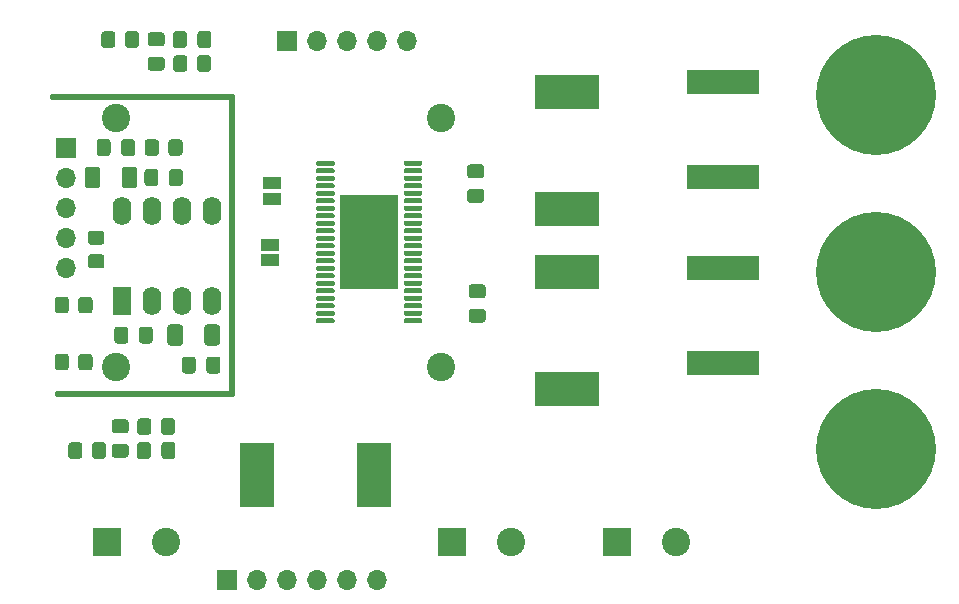
<source format=gbr>
%TF.GenerationSoftware,KiCad,Pcbnew,(5.1.9)-1*%
%TF.CreationDate,2021-11-30T23:52:58-06:00*%
%TF.ProjectId,Discrete_Channel,44697363-7265-4746-955f-4368616e6e65,rev?*%
%TF.SameCoordinates,Original*%
%TF.FileFunction,Soldermask,Top*%
%TF.FilePolarity,Negative*%
%FSLAX46Y46*%
G04 Gerber Fmt 4.6, Leading zero omitted, Abs format (unit mm)*
G04 Created by KiCad (PCBNEW (5.1.9)-1) date 2021-11-30 23:52:58*
%MOMM*%
%LPD*%
G01*
G04 APERTURE LIST*
%ADD10C,2.400000*%
%ADD11R,5.000000X8.000000*%
%ADD12R,2.400000X2.400000*%
%ADD13R,6.100000X2.000000*%
%ADD14R,1.700000X1.700000*%
%ADD15O,1.700000X1.700000*%
%ADD16R,2.900000X5.400000*%
%ADD17R,5.400000X2.900000*%
%ADD18R,1.600000X2.400000*%
%ADD19O,1.600000X2.400000*%
%ADD20C,10.160000*%
%ADD21R,1.500000X1.000000*%
%ADD22C,0.254000*%
%ADD23C,0.100000*%
G04 APERTURE END LIST*
D10*
%TO.C,C21*%
X119439000Y-71628000D03*
X146939000Y-71628000D03*
%TD*%
%TO.C,C20*%
X146939000Y-92710000D03*
X119439000Y-92710000D03*
%TD*%
%TO.C,U1*%
G36*
G01*
X136343000Y-75601500D02*
X136343000Y-75401500D01*
G75*
G02*
X136443000Y-75301500I100000J0D01*
G01*
X137818000Y-75301500D01*
G75*
G02*
X137918000Y-75401500I0J-100000D01*
G01*
X137918000Y-75601500D01*
G75*
G02*
X137818000Y-75701500I-100000J0D01*
G01*
X136443000Y-75701500D01*
G75*
G02*
X136343000Y-75601500I0J100000D01*
G01*
G37*
G36*
G01*
X136343000Y-76236500D02*
X136343000Y-76036500D01*
G75*
G02*
X136443000Y-75936500I100000J0D01*
G01*
X137818000Y-75936500D01*
G75*
G02*
X137918000Y-76036500I0J-100000D01*
G01*
X137918000Y-76236500D01*
G75*
G02*
X137818000Y-76336500I-100000J0D01*
G01*
X136443000Y-76336500D01*
G75*
G02*
X136343000Y-76236500I0J100000D01*
G01*
G37*
G36*
G01*
X136343000Y-76871500D02*
X136343000Y-76671500D01*
G75*
G02*
X136443000Y-76571500I100000J0D01*
G01*
X137818000Y-76571500D01*
G75*
G02*
X137918000Y-76671500I0J-100000D01*
G01*
X137918000Y-76871500D01*
G75*
G02*
X137818000Y-76971500I-100000J0D01*
G01*
X136443000Y-76971500D01*
G75*
G02*
X136343000Y-76871500I0J100000D01*
G01*
G37*
G36*
G01*
X136343000Y-77506500D02*
X136343000Y-77306500D01*
G75*
G02*
X136443000Y-77206500I100000J0D01*
G01*
X137818000Y-77206500D01*
G75*
G02*
X137918000Y-77306500I0J-100000D01*
G01*
X137918000Y-77506500D01*
G75*
G02*
X137818000Y-77606500I-100000J0D01*
G01*
X136443000Y-77606500D01*
G75*
G02*
X136343000Y-77506500I0J100000D01*
G01*
G37*
G36*
G01*
X136343000Y-78141500D02*
X136343000Y-77941500D01*
G75*
G02*
X136443000Y-77841500I100000J0D01*
G01*
X137818000Y-77841500D01*
G75*
G02*
X137918000Y-77941500I0J-100000D01*
G01*
X137918000Y-78141500D01*
G75*
G02*
X137818000Y-78241500I-100000J0D01*
G01*
X136443000Y-78241500D01*
G75*
G02*
X136343000Y-78141500I0J100000D01*
G01*
G37*
G36*
G01*
X136343000Y-78776500D02*
X136343000Y-78576500D01*
G75*
G02*
X136443000Y-78476500I100000J0D01*
G01*
X137818000Y-78476500D01*
G75*
G02*
X137918000Y-78576500I0J-100000D01*
G01*
X137918000Y-78776500D01*
G75*
G02*
X137818000Y-78876500I-100000J0D01*
G01*
X136443000Y-78876500D01*
G75*
G02*
X136343000Y-78776500I0J100000D01*
G01*
G37*
G36*
G01*
X136343000Y-79411500D02*
X136343000Y-79211500D01*
G75*
G02*
X136443000Y-79111500I100000J0D01*
G01*
X137818000Y-79111500D01*
G75*
G02*
X137918000Y-79211500I0J-100000D01*
G01*
X137918000Y-79411500D01*
G75*
G02*
X137818000Y-79511500I-100000J0D01*
G01*
X136443000Y-79511500D01*
G75*
G02*
X136343000Y-79411500I0J100000D01*
G01*
G37*
G36*
G01*
X136343000Y-80046500D02*
X136343000Y-79846500D01*
G75*
G02*
X136443000Y-79746500I100000J0D01*
G01*
X137818000Y-79746500D01*
G75*
G02*
X137918000Y-79846500I0J-100000D01*
G01*
X137918000Y-80046500D01*
G75*
G02*
X137818000Y-80146500I-100000J0D01*
G01*
X136443000Y-80146500D01*
G75*
G02*
X136343000Y-80046500I0J100000D01*
G01*
G37*
G36*
G01*
X136343000Y-80681500D02*
X136343000Y-80481500D01*
G75*
G02*
X136443000Y-80381500I100000J0D01*
G01*
X137818000Y-80381500D01*
G75*
G02*
X137918000Y-80481500I0J-100000D01*
G01*
X137918000Y-80681500D01*
G75*
G02*
X137818000Y-80781500I-100000J0D01*
G01*
X136443000Y-80781500D01*
G75*
G02*
X136343000Y-80681500I0J100000D01*
G01*
G37*
G36*
G01*
X136343000Y-81316500D02*
X136343000Y-81116500D01*
G75*
G02*
X136443000Y-81016500I100000J0D01*
G01*
X137818000Y-81016500D01*
G75*
G02*
X137918000Y-81116500I0J-100000D01*
G01*
X137918000Y-81316500D01*
G75*
G02*
X137818000Y-81416500I-100000J0D01*
G01*
X136443000Y-81416500D01*
G75*
G02*
X136343000Y-81316500I0J100000D01*
G01*
G37*
G36*
G01*
X136343000Y-81951500D02*
X136343000Y-81751500D01*
G75*
G02*
X136443000Y-81651500I100000J0D01*
G01*
X137818000Y-81651500D01*
G75*
G02*
X137918000Y-81751500I0J-100000D01*
G01*
X137918000Y-81951500D01*
G75*
G02*
X137818000Y-82051500I-100000J0D01*
G01*
X136443000Y-82051500D01*
G75*
G02*
X136343000Y-81951500I0J100000D01*
G01*
G37*
G36*
G01*
X136343000Y-82586500D02*
X136343000Y-82386500D01*
G75*
G02*
X136443000Y-82286500I100000J0D01*
G01*
X137818000Y-82286500D01*
G75*
G02*
X137918000Y-82386500I0J-100000D01*
G01*
X137918000Y-82586500D01*
G75*
G02*
X137818000Y-82686500I-100000J0D01*
G01*
X136443000Y-82686500D01*
G75*
G02*
X136343000Y-82586500I0J100000D01*
G01*
G37*
G36*
G01*
X136343000Y-83221500D02*
X136343000Y-83021500D01*
G75*
G02*
X136443000Y-82921500I100000J0D01*
G01*
X137818000Y-82921500D01*
G75*
G02*
X137918000Y-83021500I0J-100000D01*
G01*
X137918000Y-83221500D01*
G75*
G02*
X137818000Y-83321500I-100000J0D01*
G01*
X136443000Y-83321500D01*
G75*
G02*
X136343000Y-83221500I0J100000D01*
G01*
G37*
G36*
G01*
X136343000Y-83856500D02*
X136343000Y-83656500D01*
G75*
G02*
X136443000Y-83556500I100000J0D01*
G01*
X137818000Y-83556500D01*
G75*
G02*
X137918000Y-83656500I0J-100000D01*
G01*
X137918000Y-83856500D01*
G75*
G02*
X137818000Y-83956500I-100000J0D01*
G01*
X136443000Y-83956500D01*
G75*
G02*
X136343000Y-83856500I0J100000D01*
G01*
G37*
G36*
G01*
X136343000Y-84491500D02*
X136343000Y-84291500D01*
G75*
G02*
X136443000Y-84191500I100000J0D01*
G01*
X137818000Y-84191500D01*
G75*
G02*
X137918000Y-84291500I0J-100000D01*
G01*
X137918000Y-84491500D01*
G75*
G02*
X137818000Y-84591500I-100000J0D01*
G01*
X136443000Y-84591500D01*
G75*
G02*
X136343000Y-84491500I0J100000D01*
G01*
G37*
G36*
G01*
X136343000Y-85126500D02*
X136343000Y-84926500D01*
G75*
G02*
X136443000Y-84826500I100000J0D01*
G01*
X137818000Y-84826500D01*
G75*
G02*
X137918000Y-84926500I0J-100000D01*
G01*
X137918000Y-85126500D01*
G75*
G02*
X137818000Y-85226500I-100000J0D01*
G01*
X136443000Y-85226500D01*
G75*
G02*
X136343000Y-85126500I0J100000D01*
G01*
G37*
G36*
G01*
X136343000Y-85761500D02*
X136343000Y-85561500D01*
G75*
G02*
X136443000Y-85461500I100000J0D01*
G01*
X137818000Y-85461500D01*
G75*
G02*
X137918000Y-85561500I0J-100000D01*
G01*
X137918000Y-85761500D01*
G75*
G02*
X137818000Y-85861500I-100000J0D01*
G01*
X136443000Y-85861500D01*
G75*
G02*
X136343000Y-85761500I0J100000D01*
G01*
G37*
G36*
G01*
X136343000Y-86396500D02*
X136343000Y-86196500D01*
G75*
G02*
X136443000Y-86096500I100000J0D01*
G01*
X137818000Y-86096500D01*
G75*
G02*
X137918000Y-86196500I0J-100000D01*
G01*
X137918000Y-86396500D01*
G75*
G02*
X137818000Y-86496500I-100000J0D01*
G01*
X136443000Y-86496500D01*
G75*
G02*
X136343000Y-86396500I0J100000D01*
G01*
G37*
G36*
G01*
X136343000Y-87031500D02*
X136343000Y-86831500D01*
G75*
G02*
X136443000Y-86731500I100000J0D01*
G01*
X137818000Y-86731500D01*
G75*
G02*
X137918000Y-86831500I0J-100000D01*
G01*
X137918000Y-87031500D01*
G75*
G02*
X137818000Y-87131500I-100000J0D01*
G01*
X136443000Y-87131500D01*
G75*
G02*
X136343000Y-87031500I0J100000D01*
G01*
G37*
G36*
G01*
X136343000Y-87666500D02*
X136343000Y-87466500D01*
G75*
G02*
X136443000Y-87366500I100000J0D01*
G01*
X137818000Y-87366500D01*
G75*
G02*
X137918000Y-87466500I0J-100000D01*
G01*
X137918000Y-87666500D01*
G75*
G02*
X137818000Y-87766500I-100000J0D01*
G01*
X136443000Y-87766500D01*
G75*
G02*
X136343000Y-87666500I0J100000D01*
G01*
G37*
G36*
G01*
X136343000Y-88301500D02*
X136343000Y-88101500D01*
G75*
G02*
X136443000Y-88001500I100000J0D01*
G01*
X137818000Y-88001500D01*
G75*
G02*
X137918000Y-88101500I0J-100000D01*
G01*
X137918000Y-88301500D01*
G75*
G02*
X137818000Y-88401500I-100000J0D01*
G01*
X136443000Y-88401500D01*
G75*
G02*
X136343000Y-88301500I0J100000D01*
G01*
G37*
G36*
G01*
X136343000Y-88936500D02*
X136343000Y-88736500D01*
G75*
G02*
X136443000Y-88636500I100000J0D01*
G01*
X137818000Y-88636500D01*
G75*
G02*
X137918000Y-88736500I0J-100000D01*
G01*
X137918000Y-88936500D01*
G75*
G02*
X137818000Y-89036500I-100000J0D01*
G01*
X136443000Y-89036500D01*
G75*
G02*
X136343000Y-88936500I0J100000D01*
G01*
G37*
G36*
G01*
X143768000Y-88936500D02*
X143768000Y-88736500D01*
G75*
G02*
X143868000Y-88636500I100000J0D01*
G01*
X145243000Y-88636500D01*
G75*
G02*
X145343000Y-88736500I0J-100000D01*
G01*
X145343000Y-88936500D01*
G75*
G02*
X145243000Y-89036500I-100000J0D01*
G01*
X143868000Y-89036500D01*
G75*
G02*
X143768000Y-88936500I0J100000D01*
G01*
G37*
G36*
G01*
X143768000Y-88301500D02*
X143768000Y-88101500D01*
G75*
G02*
X143868000Y-88001500I100000J0D01*
G01*
X145243000Y-88001500D01*
G75*
G02*
X145343000Y-88101500I0J-100000D01*
G01*
X145343000Y-88301500D01*
G75*
G02*
X145243000Y-88401500I-100000J0D01*
G01*
X143868000Y-88401500D01*
G75*
G02*
X143768000Y-88301500I0J100000D01*
G01*
G37*
G36*
G01*
X143768000Y-87666500D02*
X143768000Y-87466500D01*
G75*
G02*
X143868000Y-87366500I100000J0D01*
G01*
X145243000Y-87366500D01*
G75*
G02*
X145343000Y-87466500I0J-100000D01*
G01*
X145343000Y-87666500D01*
G75*
G02*
X145243000Y-87766500I-100000J0D01*
G01*
X143868000Y-87766500D01*
G75*
G02*
X143768000Y-87666500I0J100000D01*
G01*
G37*
G36*
G01*
X143768000Y-87031500D02*
X143768000Y-86831500D01*
G75*
G02*
X143868000Y-86731500I100000J0D01*
G01*
X145243000Y-86731500D01*
G75*
G02*
X145343000Y-86831500I0J-100000D01*
G01*
X145343000Y-87031500D01*
G75*
G02*
X145243000Y-87131500I-100000J0D01*
G01*
X143868000Y-87131500D01*
G75*
G02*
X143768000Y-87031500I0J100000D01*
G01*
G37*
G36*
G01*
X143768000Y-86396500D02*
X143768000Y-86196500D01*
G75*
G02*
X143868000Y-86096500I100000J0D01*
G01*
X145243000Y-86096500D01*
G75*
G02*
X145343000Y-86196500I0J-100000D01*
G01*
X145343000Y-86396500D01*
G75*
G02*
X145243000Y-86496500I-100000J0D01*
G01*
X143868000Y-86496500D01*
G75*
G02*
X143768000Y-86396500I0J100000D01*
G01*
G37*
G36*
G01*
X143768000Y-85761500D02*
X143768000Y-85561500D01*
G75*
G02*
X143868000Y-85461500I100000J0D01*
G01*
X145243000Y-85461500D01*
G75*
G02*
X145343000Y-85561500I0J-100000D01*
G01*
X145343000Y-85761500D01*
G75*
G02*
X145243000Y-85861500I-100000J0D01*
G01*
X143868000Y-85861500D01*
G75*
G02*
X143768000Y-85761500I0J100000D01*
G01*
G37*
G36*
G01*
X143768000Y-85126500D02*
X143768000Y-84926500D01*
G75*
G02*
X143868000Y-84826500I100000J0D01*
G01*
X145243000Y-84826500D01*
G75*
G02*
X145343000Y-84926500I0J-100000D01*
G01*
X145343000Y-85126500D01*
G75*
G02*
X145243000Y-85226500I-100000J0D01*
G01*
X143868000Y-85226500D01*
G75*
G02*
X143768000Y-85126500I0J100000D01*
G01*
G37*
G36*
G01*
X143768000Y-84491500D02*
X143768000Y-84291500D01*
G75*
G02*
X143868000Y-84191500I100000J0D01*
G01*
X145243000Y-84191500D01*
G75*
G02*
X145343000Y-84291500I0J-100000D01*
G01*
X145343000Y-84491500D01*
G75*
G02*
X145243000Y-84591500I-100000J0D01*
G01*
X143868000Y-84591500D01*
G75*
G02*
X143768000Y-84491500I0J100000D01*
G01*
G37*
G36*
G01*
X143768000Y-83856500D02*
X143768000Y-83656500D01*
G75*
G02*
X143868000Y-83556500I100000J0D01*
G01*
X145243000Y-83556500D01*
G75*
G02*
X145343000Y-83656500I0J-100000D01*
G01*
X145343000Y-83856500D01*
G75*
G02*
X145243000Y-83956500I-100000J0D01*
G01*
X143868000Y-83956500D01*
G75*
G02*
X143768000Y-83856500I0J100000D01*
G01*
G37*
G36*
G01*
X143768000Y-83221500D02*
X143768000Y-83021500D01*
G75*
G02*
X143868000Y-82921500I100000J0D01*
G01*
X145243000Y-82921500D01*
G75*
G02*
X145343000Y-83021500I0J-100000D01*
G01*
X145343000Y-83221500D01*
G75*
G02*
X145243000Y-83321500I-100000J0D01*
G01*
X143868000Y-83321500D01*
G75*
G02*
X143768000Y-83221500I0J100000D01*
G01*
G37*
G36*
G01*
X143768000Y-82586500D02*
X143768000Y-82386500D01*
G75*
G02*
X143868000Y-82286500I100000J0D01*
G01*
X145243000Y-82286500D01*
G75*
G02*
X145343000Y-82386500I0J-100000D01*
G01*
X145343000Y-82586500D01*
G75*
G02*
X145243000Y-82686500I-100000J0D01*
G01*
X143868000Y-82686500D01*
G75*
G02*
X143768000Y-82586500I0J100000D01*
G01*
G37*
G36*
G01*
X143768000Y-81951500D02*
X143768000Y-81751500D01*
G75*
G02*
X143868000Y-81651500I100000J0D01*
G01*
X145243000Y-81651500D01*
G75*
G02*
X145343000Y-81751500I0J-100000D01*
G01*
X145343000Y-81951500D01*
G75*
G02*
X145243000Y-82051500I-100000J0D01*
G01*
X143868000Y-82051500D01*
G75*
G02*
X143768000Y-81951500I0J100000D01*
G01*
G37*
G36*
G01*
X143768000Y-81316500D02*
X143768000Y-81116500D01*
G75*
G02*
X143868000Y-81016500I100000J0D01*
G01*
X145243000Y-81016500D01*
G75*
G02*
X145343000Y-81116500I0J-100000D01*
G01*
X145343000Y-81316500D01*
G75*
G02*
X145243000Y-81416500I-100000J0D01*
G01*
X143868000Y-81416500D01*
G75*
G02*
X143768000Y-81316500I0J100000D01*
G01*
G37*
G36*
G01*
X143768000Y-80681500D02*
X143768000Y-80481500D01*
G75*
G02*
X143868000Y-80381500I100000J0D01*
G01*
X145243000Y-80381500D01*
G75*
G02*
X145343000Y-80481500I0J-100000D01*
G01*
X145343000Y-80681500D01*
G75*
G02*
X145243000Y-80781500I-100000J0D01*
G01*
X143868000Y-80781500D01*
G75*
G02*
X143768000Y-80681500I0J100000D01*
G01*
G37*
G36*
G01*
X143768000Y-80046500D02*
X143768000Y-79846500D01*
G75*
G02*
X143868000Y-79746500I100000J0D01*
G01*
X145243000Y-79746500D01*
G75*
G02*
X145343000Y-79846500I0J-100000D01*
G01*
X145343000Y-80046500D01*
G75*
G02*
X145243000Y-80146500I-100000J0D01*
G01*
X143868000Y-80146500D01*
G75*
G02*
X143768000Y-80046500I0J100000D01*
G01*
G37*
G36*
G01*
X143768000Y-79411500D02*
X143768000Y-79211500D01*
G75*
G02*
X143868000Y-79111500I100000J0D01*
G01*
X145243000Y-79111500D01*
G75*
G02*
X145343000Y-79211500I0J-100000D01*
G01*
X145343000Y-79411500D01*
G75*
G02*
X145243000Y-79511500I-100000J0D01*
G01*
X143868000Y-79511500D01*
G75*
G02*
X143768000Y-79411500I0J100000D01*
G01*
G37*
G36*
G01*
X143768000Y-78776500D02*
X143768000Y-78576500D01*
G75*
G02*
X143868000Y-78476500I100000J0D01*
G01*
X145243000Y-78476500D01*
G75*
G02*
X145343000Y-78576500I0J-100000D01*
G01*
X145343000Y-78776500D01*
G75*
G02*
X145243000Y-78876500I-100000J0D01*
G01*
X143868000Y-78876500D01*
G75*
G02*
X143768000Y-78776500I0J100000D01*
G01*
G37*
G36*
G01*
X143768000Y-78141500D02*
X143768000Y-77941500D01*
G75*
G02*
X143868000Y-77841500I100000J0D01*
G01*
X145243000Y-77841500D01*
G75*
G02*
X145343000Y-77941500I0J-100000D01*
G01*
X145343000Y-78141500D01*
G75*
G02*
X145243000Y-78241500I-100000J0D01*
G01*
X143868000Y-78241500D01*
G75*
G02*
X143768000Y-78141500I0J100000D01*
G01*
G37*
G36*
G01*
X143768000Y-77506500D02*
X143768000Y-77306500D01*
G75*
G02*
X143868000Y-77206500I100000J0D01*
G01*
X145243000Y-77206500D01*
G75*
G02*
X145343000Y-77306500I0J-100000D01*
G01*
X145343000Y-77506500D01*
G75*
G02*
X145243000Y-77606500I-100000J0D01*
G01*
X143868000Y-77606500D01*
G75*
G02*
X143768000Y-77506500I0J100000D01*
G01*
G37*
G36*
G01*
X143768000Y-76871500D02*
X143768000Y-76671500D01*
G75*
G02*
X143868000Y-76571500I100000J0D01*
G01*
X145243000Y-76571500D01*
G75*
G02*
X145343000Y-76671500I0J-100000D01*
G01*
X145343000Y-76871500D01*
G75*
G02*
X145243000Y-76971500I-100000J0D01*
G01*
X143868000Y-76971500D01*
G75*
G02*
X143768000Y-76871500I0J100000D01*
G01*
G37*
G36*
G01*
X143768000Y-76236500D02*
X143768000Y-76036500D01*
G75*
G02*
X143868000Y-75936500I100000J0D01*
G01*
X145243000Y-75936500D01*
G75*
G02*
X145343000Y-76036500I0J-100000D01*
G01*
X145343000Y-76236500D01*
G75*
G02*
X145243000Y-76336500I-100000J0D01*
G01*
X143868000Y-76336500D01*
G75*
G02*
X143768000Y-76236500I0J100000D01*
G01*
G37*
G36*
G01*
X143768000Y-75601500D02*
X143768000Y-75401500D01*
G75*
G02*
X143868000Y-75301500I100000J0D01*
G01*
X145243000Y-75301500D01*
G75*
G02*
X145343000Y-75401500I0J-100000D01*
G01*
X145343000Y-75601500D01*
G75*
G02*
X145243000Y-75701500I-100000J0D01*
G01*
X143868000Y-75701500D01*
G75*
G02*
X143768000Y-75601500I0J100000D01*
G01*
G37*
D11*
X140843000Y-82169000D03*
%TD*%
D12*
%TO.C,C1*%
X147828000Y-107569000D03*
D10*
X152828000Y-107569000D03*
%TD*%
D13*
%TO.C,C31*%
X170842000Y-92392000D03*
X170842000Y-84392000D03*
%TD*%
%TO.C,C30*%
X170842000Y-76644000D03*
X170842000Y-68644000D03*
%TD*%
D10*
%TO.C,C2*%
X166798000Y-107569000D03*
D12*
X161798000Y-107569000D03*
%TD*%
%TO.C,C10*%
G36*
G01*
X118951500Y-73693000D02*
X118951500Y-74643000D01*
G75*
G02*
X118701500Y-74893000I-250000J0D01*
G01*
X118026500Y-74893000D01*
G75*
G02*
X117776500Y-74643000I0J250000D01*
G01*
X117776500Y-73693000D01*
G75*
G02*
X118026500Y-73443000I250000J0D01*
G01*
X118701500Y-73443000D01*
G75*
G02*
X118951500Y-73693000I0J-250000D01*
G01*
G37*
G36*
G01*
X121026500Y-73693000D02*
X121026500Y-74643000D01*
G75*
G02*
X120776500Y-74893000I-250000J0D01*
G01*
X120101500Y-74893000D01*
G75*
G02*
X119851500Y-74643000I0J250000D01*
G01*
X119851500Y-73693000D01*
G75*
G02*
X120101500Y-73443000I250000J0D01*
G01*
X120776500Y-73443000D01*
G75*
G02*
X121026500Y-73693000I0J-250000D01*
G01*
G37*
%TD*%
%TO.C,C11*%
G36*
G01*
X124994000Y-93058000D02*
X124994000Y-92108000D01*
G75*
G02*
X125244000Y-91858000I250000J0D01*
G01*
X125919000Y-91858000D01*
G75*
G02*
X126169000Y-92108000I0J-250000D01*
G01*
X126169000Y-93058000D01*
G75*
G02*
X125919000Y-93308000I-250000J0D01*
G01*
X125244000Y-93308000D01*
G75*
G02*
X124994000Y-93058000I0J250000D01*
G01*
G37*
G36*
G01*
X127069000Y-93058000D02*
X127069000Y-92108000D01*
G75*
G02*
X127319000Y-91858000I250000J0D01*
G01*
X127994000Y-91858000D01*
G75*
G02*
X128244000Y-92108000I0J-250000D01*
G01*
X128244000Y-93058000D01*
G75*
G02*
X127994000Y-93308000I-250000J0D01*
G01*
X127319000Y-93308000D01*
G75*
G02*
X127069000Y-93058000I0J250000D01*
G01*
G37*
%TD*%
%TO.C,C12*%
G36*
G01*
X121224000Y-76057998D02*
X121224000Y-77358002D01*
G75*
G02*
X120974002Y-77608000I-249998J0D01*
G01*
X120148998Y-77608000D01*
G75*
G02*
X119899000Y-77358002I0J249998D01*
G01*
X119899000Y-76057998D01*
G75*
G02*
X120148998Y-75808000I249998J0D01*
G01*
X120974002Y-75808000D01*
G75*
G02*
X121224000Y-76057998I0J-249998D01*
G01*
G37*
G36*
G01*
X118099000Y-76057998D02*
X118099000Y-77358002D01*
G75*
G02*
X117849002Y-77608000I-249998J0D01*
G01*
X117023998Y-77608000D01*
G75*
G02*
X116774000Y-77358002I0J249998D01*
G01*
X116774000Y-76057998D01*
G75*
G02*
X117023998Y-75808000I249998J0D01*
G01*
X117849002Y-75808000D01*
G75*
G02*
X118099000Y-76057998I0J-249998D01*
G01*
G37*
%TD*%
%TO.C,C13*%
G36*
G01*
X126884000Y-90693002D02*
X126884000Y-89392998D01*
G75*
G02*
X127133998Y-89143000I249998J0D01*
G01*
X127959002Y-89143000D01*
G75*
G02*
X128209000Y-89392998I0J-249998D01*
G01*
X128209000Y-90693002D01*
G75*
G02*
X127959002Y-90943000I-249998J0D01*
G01*
X127133998Y-90943000D01*
G75*
G02*
X126884000Y-90693002I0J249998D01*
G01*
G37*
G36*
G01*
X123759000Y-90693002D02*
X123759000Y-89392998D01*
G75*
G02*
X124008998Y-89143000I249998J0D01*
G01*
X124834002Y-89143000D01*
G75*
G02*
X125084000Y-89392998I0J-249998D01*
G01*
X125084000Y-90693002D01*
G75*
G02*
X124834002Y-90943000I-249998J0D01*
G01*
X124008998Y-90943000D01*
G75*
G02*
X123759000Y-90693002I0J249998D01*
G01*
G37*
%TD*%
%TO.C,C17*%
X118618000Y-107569000D03*
D10*
X123618000Y-107569000D03*
%TD*%
%TO.C,C19*%
G36*
G01*
X122529000Y-89568000D02*
X122529000Y-90518000D01*
G75*
G02*
X122279000Y-90768000I-250000J0D01*
G01*
X121604000Y-90768000D01*
G75*
G02*
X121354000Y-90518000I0J250000D01*
G01*
X121354000Y-89568000D01*
G75*
G02*
X121604000Y-89318000I250000J0D01*
G01*
X122279000Y-89318000D01*
G75*
G02*
X122529000Y-89568000I0J-250000D01*
G01*
G37*
G36*
G01*
X120454000Y-89568000D02*
X120454000Y-90518000D01*
G75*
G02*
X120204000Y-90768000I-250000J0D01*
G01*
X119529000Y-90768000D01*
G75*
G02*
X119279000Y-90518000I0J250000D01*
G01*
X119279000Y-89568000D01*
G75*
G02*
X119529000Y-89318000I250000J0D01*
G01*
X120204000Y-89318000D01*
G75*
G02*
X120454000Y-89568000I0J-250000D01*
G01*
G37*
%TD*%
%TO.C,C18*%
G36*
G01*
X122994000Y-76233000D02*
X122994000Y-77183000D01*
G75*
G02*
X122744000Y-77433000I-250000J0D01*
G01*
X122069000Y-77433000D01*
G75*
G02*
X121819000Y-77183000I0J250000D01*
G01*
X121819000Y-76233000D01*
G75*
G02*
X122069000Y-75983000I250000J0D01*
G01*
X122744000Y-75983000D01*
G75*
G02*
X122994000Y-76233000I0J-250000D01*
G01*
G37*
G36*
G01*
X125069000Y-76233000D02*
X125069000Y-77183000D01*
G75*
G02*
X124819000Y-77433000I-250000J0D01*
G01*
X124144000Y-77433000D01*
G75*
G02*
X123894000Y-77183000I0J250000D01*
G01*
X123894000Y-76233000D01*
G75*
G02*
X124144000Y-75983000I250000J0D01*
G01*
X124819000Y-75983000D01*
G75*
G02*
X125069000Y-76233000I0J-250000D01*
G01*
G37*
%TD*%
%TO.C,C22*%
G36*
G01*
X150462000Y-89001000D02*
X149512000Y-89001000D01*
G75*
G02*
X149262000Y-88751000I0J250000D01*
G01*
X149262000Y-88076000D01*
G75*
G02*
X149512000Y-87826000I250000J0D01*
G01*
X150462000Y-87826000D01*
G75*
G02*
X150712000Y-88076000I0J-250000D01*
G01*
X150712000Y-88751000D01*
G75*
G02*
X150462000Y-89001000I-250000J0D01*
G01*
G37*
G36*
G01*
X150462000Y-86926000D02*
X149512000Y-86926000D01*
G75*
G02*
X149262000Y-86676000I0J250000D01*
G01*
X149262000Y-86001000D01*
G75*
G02*
X149512000Y-85751000I250000J0D01*
G01*
X150462000Y-85751000D01*
G75*
G02*
X150712000Y-86001000I0J-250000D01*
G01*
X150712000Y-86676000D01*
G75*
G02*
X150462000Y-86926000I-250000J0D01*
G01*
G37*
%TD*%
%TO.C,C24*%
G36*
G01*
X149385000Y-77666000D02*
X150335000Y-77666000D01*
G75*
G02*
X150585000Y-77916000I0J-250000D01*
G01*
X150585000Y-78591000D01*
G75*
G02*
X150335000Y-78841000I-250000J0D01*
G01*
X149385000Y-78841000D01*
G75*
G02*
X149135000Y-78591000I0J250000D01*
G01*
X149135000Y-77916000D01*
G75*
G02*
X149385000Y-77666000I250000J0D01*
G01*
G37*
G36*
G01*
X149385000Y-75591000D02*
X150335000Y-75591000D01*
G75*
G02*
X150585000Y-75841000I0J-250000D01*
G01*
X150585000Y-76516000D01*
G75*
G02*
X150335000Y-76766000I-250000J0D01*
G01*
X149385000Y-76766000D01*
G75*
G02*
X149135000Y-76516000I0J250000D01*
G01*
X149135000Y-75841000D01*
G75*
G02*
X149385000Y-75591000I250000J0D01*
G01*
G37*
%TD*%
%TO.C,C26*%
G36*
G01*
X123284000Y-65590000D02*
X122334000Y-65590000D01*
G75*
G02*
X122084000Y-65340000I0J250000D01*
G01*
X122084000Y-64665000D01*
G75*
G02*
X122334000Y-64415000I250000J0D01*
G01*
X123284000Y-64415000D01*
G75*
G02*
X123534000Y-64665000I0J-250000D01*
G01*
X123534000Y-65340000D01*
G75*
G02*
X123284000Y-65590000I-250000J0D01*
G01*
G37*
G36*
G01*
X123284000Y-67665000D02*
X122334000Y-67665000D01*
G75*
G02*
X122084000Y-67415000I0J250000D01*
G01*
X122084000Y-66740000D01*
G75*
G02*
X122334000Y-66490000I250000J0D01*
G01*
X123284000Y-66490000D01*
G75*
G02*
X123534000Y-66740000I0J-250000D01*
G01*
X123534000Y-67415000D01*
G75*
G02*
X123284000Y-67665000I-250000J0D01*
G01*
G37*
%TD*%
%TO.C,C27*%
G36*
G01*
X119286000Y-99256000D02*
X120236000Y-99256000D01*
G75*
G02*
X120486000Y-99506000I0J-250000D01*
G01*
X120486000Y-100181000D01*
G75*
G02*
X120236000Y-100431000I-250000J0D01*
G01*
X119286000Y-100431000D01*
G75*
G02*
X119036000Y-100181000I0J250000D01*
G01*
X119036000Y-99506000D01*
G75*
G02*
X119286000Y-99256000I250000J0D01*
G01*
G37*
G36*
G01*
X119286000Y-97181000D02*
X120236000Y-97181000D01*
G75*
G02*
X120486000Y-97431000I0J-250000D01*
G01*
X120486000Y-98106000D01*
G75*
G02*
X120236000Y-98356000I-250000J0D01*
G01*
X119286000Y-98356000D01*
G75*
G02*
X119036000Y-98106000I0J250000D01*
G01*
X119036000Y-97431000D01*
G75*
G02*
X119286000Y-97181000I250000J0D01*
G01*
G37*
%TD*%
%TO.C,C28*%
G36*
G01*
X124232000Y-65499000D02*
X124232000Y-64549000D01*
G75*
G02*
X124482000Y-64299000I250000J0D01*
G01*
X125157000Y-64299000D01*
G75*
G02*
X125407000Y-64549000I0J-250000D01*
G01*
X125407000Y-65499000D01*
G75*
G02*
X125157000Y-65749000I-250000J0D01*
G01*
X124482000Y-65749000D01*
G75*
G02*
X124232000Y-65499000I0J250000D01*
G01*
G37*
G36*
G01*
X126307000Y-65499000D02*
X126307000Y-64549000D01*
G75*
G02*
X126557000Y-64299000I250000J0D01*
G01*
X127232000Y-64299000D01*
G75*
G02*
X127482000Y-64549000I0J-250000D01*
G01*
X127482000Y-65499000D01*
G75*
G02*
X127232000Y-65749000I-250000J0D01*
G01*
X126557000Y-65749000D01*
G75*
G02*
X126307000Y-65499000I0J250000D01*
G01*
G37*
%TD*%
%TO.C,C29*%
G36*
G01*
X123259000Y-100297000D02*
X123259000Y-99347000D01*
G75*
G02*
X123509000Y-99097000I250000J0D01*
G01*
X124184000Y-99097000D01*
G75*
G02*
X124434000Y-99347000I0J-250000D01*
G01*
X124434000Y-100297000D01*
G75*
G02*
X124184000Y-100547000I-250000J0D01*
G01*
X123509000Y-100547000D01*
G75*
G02*
X123259000Y-100297000I0J250000D01*
G01*
G37*
G36*
G01*
X121184000Y-100297000D02*
X121184000Y-99347000D01*
G75*
G02*
X121434000Y-99097000I250000J0D01*
G01*
X122109000Y-99097000D01*
G75*
G02*
X122359000Y-99347000I0J-250000D01*
G01*
X122359000Y-100297000D01*
G75*
G02*
X122109000Y-100547000I-250000J0D01*
G01*
X121434000Y-100547000D01*
G75*
G02*
X121184000Y-100297000I0J250000D01*
G01*
G37*
%TD*%
D14*
%TO.C,J1*%
X133858000Y-65151000D03*
D15*
X136398000Y-65151000D03*
X138938000Y-65151000D03*
X141478000Y-65151000D03*
X144018000Y-65151000D03*
%TD*%
%TO.C,J3*%
X115189000Y-84328000D03*
X115189000Y-81788000D03*
X115189000Y-79248000D03*
X115189000Y-76708000D03*
D14*
X115189000Y-74168000D03*
%TD*%
D16*
%TO.C,L1*%
X141221000Y-101854000D03*
X131321000Y-101854000D03*
%TD*%
D17*
%TO.C,L2*%
X157607000Y-79372000D03*
X157607000Y-69472000D03*
%TD*%
%TO.C,L4*%
X157607000Y-84712000D03*
X157607000Y-94612000D03*
%TD*%
%TO.C,R5*%
G36*
G01*
X116224000Y-87953001D02*
X116224000Y-87052999D01*
G75*
G02*
X116473999Y-86803000I249999J0D01*
G01*
X117174001Y-86803000D01*
G75*
G02*
X117424000Y-87052999I0J-249999D01*
G01*
X117424000Y-87953001D01*
G75*
G02*
X117174001Y-88203000I-249999J0D01*
G01*
X116473999Y-88203000D01*
G75*
G02*
X116224000Y-87953001I0J249999D01*
G01*
G37*
G36*
G01*
X114224000Y-87953001D02*
X114224000Y-87052999D01*
G75*
G02*
X114473999Y-86803000I249999J0D01*
G01*
X115174001Y-86803000D01*
G75*
G02*
X115424000Y-87052999I0J-249999D01*
G01*
X115424000Y-87953001D01*
G75*
G02*
X115174001Y-88203000I-249999J0D01*
G01*
X114473999Y-88203000D01*
G75*
G02*
X114224000Y-87953001I0J249999D01*
G01*
G37*
%TD*%
%TO.C,R6*%
G36*
G01*
X117278999Y-81204000D02*
X118179001Y-81204000D01*
G75*
G02*
X118429000Y-81453999I0J-249999D01*
G01*
X118429000Y-82154001D01*
G75*
G02*
X118179001Y-82404000I-249999J0D01*
G01*
X117278999Y-82404000D01*
G75*
G02*
X117029000Y-82154001I0J249999D01*
G01*
X117029000Y-81453999D01*
G75*
G02*
X117278999Y-81204000I249999J0D01*
G01*
G37*
G36*
G01*
X117278999Y-83204000D02*
X118179001Y-83204000D01*
G75*
G02*
X118429000Y-83453999I0J-249999D01*
G01*
X118429000Y-84154001D01*
G75*
G02*
X118179001Y-84404000I-249999J0D01*
G01*
X117278999Y-84404000D01*
G75*
G02*
X117029000Y-84154001I0J249999D01*
G01*
X117029000Y-83453999D01*
G75*
G02*
X117278999Y-83204000I249999J0D01*
G01*
G37*
%TD*%
%TO.C,R8*%
G36*
G01*
X115424000Y-91878600D02*
X115424000Y-92779400D01*
G75*
G02*
X115174400Y-93029000I-249600J0D01*
G01*
X114473600Y-93029000D01*
G75*
G02*
X114224000Y-92779400I0J249600D01*
G01*
X114224000Y-91878600D01*
G75*
G02*
X114473600Y-91629000I249600J0D01*
G01*
X115174400Y-91629000D01*
G75*
G02*
X115424000Y-91878600I0J-249600D01*
G01*
G37*
G36*
G01*
X117424000Y-91878999D02*
X117424000Y-92779001D01*
G75*
G02*
X117174001Y-93029000I-249999J0D01*
G01*
X116473999Y-93029000D01*
G75*
G02*
X116224000Y-92779001I0J249999D01*
G01*
X116224000Y-91878999D01*
G75*
G02*
X116473999Y-91629000I249999J0D01*
G01*
X117174001Y-91629000D01*
G75*
G02*
X117424000Y-91878999I0J-249999D01*
G01*
G37*
%TD*%
%TO.C,R7*%
G36*
G01*
X121844000Y-74618001D02*
X121844000Y-73717999D01*
G75*
G02*
X122093999Y-73468000I249999J0D01*
G01*
X122794001Y-73468000D01*
G75*
G02*
X123044000Y-73717999I0J-249999D01*
G01*
X123044000Y-74618001D01*
G75*
G02*
X122794001Y-74868000I-249999J0D01*
G01*
X122093999Y-74868000D01*
G75*
G02*
X121844000Y-74618001I0J249999D01*
G01*
G37*
G36*
G01*
X123844000Y-74618001D02*
X123844000Y-73717999D01*
G75*
G02*
X124093999Y-73468000I249999J0D01*
G01*
X124794001Y-73468000D01*
G75*
G02*
X125044000Y-73717999I0J-249999D01*
G01*
X125044000Y-74618001D01*
G75*
G02*
X124794001Y-74868000I-249999J0D01*
G01*
X124093999Y-74868000D01*
G75*
G02*
X123844000Y-74618001I0J249999D01*
G01*
G37*
%TD*%
%TO.C,R9*%
G36*
G01*
X124257000Y-67506001D02*
X124257000Y-66605999D01*
G75*
G02*
X124506999Y-66356000I249999J0D01*
G01*
X125207001Y-66356000D01*
G75*
G02*
X125457000Y-66605999I0J-249999D01*
G01*
X125457000Y-67506001D01*
G75*
G02*
X125207001Y-67756000I-249999J0D01*
G01*
X124506999Y-67756000D01*
G75*
G02*
X124257000Y-67506001I0J249999D01*
G01*
G37*
G36*
G01*
X126257000Y-67506001D02*
X126257000Y-66605999D01*
G75*
G02*
X126506999Y-66356000I249999J0D01*
G01*
X127207001Y-66356000D01*
G75*
G02*
X127457000Y-66605999I0J-249999D01*
G01*
X127457000Y-67506001D01*
G75*
G02*
X127207001Y-67756000I-249999J0D01*
G01*
X126506999Y-67756000D01*
G75*
G02*
X126257000Y-67506001I0J249999D01*
G01*
G37*
%TD*%
%TO.C,R10*%
G36*
G01*
X124409000Y-97339999D02*
X124409000Y-98240001D01*
G75*
G02*
X124159001Y-98490000I-249999J0D01*
G01*
X123458999Y-98490000D01*
G75*
G02*
X123209000Y-98240001I0J249999D01*
G01*
X123209000Y-97339999D01*
G75*
G02*
X123458999Y-97090000I249999J0D01*
G01*
X124159001Y-97090000D01*
G75*
G02*
X124409000Y-97339999I0J-249999D01*
G01*
G37*
G36*
G01*
X122409000Y-97339999D02*
X122409000Y-98240001D01*
G75*
G02*
X122159001Y-98490000I-249999J0D01*
G01*
X121458999Y-98490000D01*
G75*
G02*
X121209000Y-98240001I0J249999D01*
G01*
X121209000Y-97339999D01*
G75*
G02*
X121458999Y-97090000I249999J0D01*
G01*
X122159001Y-97090000D01*
G75*
G02*
X122409000Y-97339999I0J-249999D01*
G01*
G37*
%TD*%
%TO.C,R11*%
G36*
G01*
X119361000Y-64573999D02*
X119361000Y-65474001D01*
G75*
G02*
X119111001Y-65724000I-249999J0D01*
G01*
X118410999Y-65724000D01*
G75*
G02*
X118161000Y-65474001I0J249999D01*
G01*
X118161000Y-64573999D01*
G75*
G02*
X118410999Y-64324000I249999J0D01*
G01*
X119111001Y-64324000D01*
G75*
G02*
X119361000Y-64573999I0J-249999D01*
G01*
G37*
G36*
G01*
X121361000Y-64573999D02*
X121361000Y-65474001D01*
G75*
G02*
X121111001Y-65724000I-249999J0D01*
G01*
X120410999Y-65724000D01*
G75*
G02*
X120161000Y-65474001I0J249999D01*
G01*
X120161000Y-64573999D01*
G75*
G02*
X120410999Y-64324000I249999J0D01*
G01*
X121111001Y-64324000D01*
G75*
G02*
X121361000Y-64573999I0J-249999D01*
G01*
G37*
%TD*%
%TO.C,R12*%
G36*
G01*
X116567000Y-99371999D02*
X116567000Y-100272001D01*
G75*
G02*
X116317001Y-100522000I-249999J0D01*
G01*
X115616999Y-100522000D01*
G75*
G02*
X115367000Y-100272001I0J249999D01*
G01*
X115367000Y-99371999D01*
G75*
G02*
X115616999Y-99122000I249999J0D01*
G01*
X116317001Y-99122000D01*
G75*
G02*
X116567000Y-99371999I0J-249999D01*
G01*
G37*
G36*
G01*
X118567000Y-99371999D02*
X118567000Y-100272001D01*
G75*
G02*
X118317001Y-100522000I-249999J0D01*
G01*
X117616999Y-100522000D01*
G75*
G02*
X117367000Y-100272001I0J249999D01*
G01*
X117367000Y-99371999D01*
G75*
G02*
X117616999Y-99122000I249999J0D01*
G01*
X118317001Y-99122000D01*
G75*
G02*
X118567000Y-99371999I0J-249999D01*
G01*
G37*
%TD*%
D14*
%TO.C,J2*%
X128778000Y-110744000D03*
D15*
X131318000Y-110744000D03*
X133858000Y-110744000D03*
X136398000Y-110744000D03*
X138938000Y-110744000D03*
X141478000Y-110744000D03*
%TD*%
D18*
%TO.C,U2*%
X119888000Y-87122000D03*
D19*
X127508000Y-79502000D03*
X122428000Y-87122000D03*
X124968000Y-79502000D03*
X124968000Y-87122000D03*
X122428000Y-79502000D03*
X127508000Y-87122000D03*
X119888000Y-79502000D03*
%TD*%
D20*
%TO.C,J4*%
X183769000Y-69723000D03*
X183769000Y-99693000D03*
X183769000Y-84713000D03*
%TD*%
D21*
%TO.C,SLAVE*%
X132461000Y-83723000D03*
X132461000Y-82423000D03*
%TD*%
%TO.C,STAR*%
X132588000Y-78501000D03*
X132588000Y-77201000D03*
%TD*%
D22*
X129301679Y-95123000D02*
X114315679Y-95123000D01*
X114315679Y-94869000D01*
X128920679Y-94869000D01*
X128945455Y-94866560D01*
X128969280Y-94859333D01*
X128991236Y-94847597D01*
X129010482Y-94831803D01*
X129026276Y-94812557D01*
X129038012Y-94790601D01*
X129045239Y-94766776D01*
X129047679Y-94742000D01*
X129047679Y-70104000D01*
X129045239Y-70079224D01*
X129038012Y-70055399D01*
X129026276Y-70033443D01*
X129010482Y-70014197D01*
X128991236Y-69998403D01*
X128969280Y-69986667D01*
X128945455Y-69979440D01*
X128920679Y-69977000D01*
X113934679Y-69977000D01*
X113934679Y-69723000D01*
X129301679Y-69723000D01*
X129301679Y-95123000D01*
D23*
G36*
X129301679Y-95123000D02*
G01*
X114315679Y-95123000D01*
X114315679Y-94869000D01*
X128920679Y-94869000D01*
X128945455Y-94866560D01*
X128969280Y-94859333D01*
X128991236Y-94847597D01*
X129010482Y-94831803D01*
X129026276Y-94812557D01*
X129038012Y-94790601D01*
X129045239Y-94766776D01*
X129047679Y-94742000D01*
X129047679Y-70104000D01*
X129045239Y-70079224D01*
X129038012Y-70055399D01*
X129026276Y-70033443D01*
X129010482Y-70014197D01*
X128991236Y-69998403D01*
X128969280Y-69986667D01*
X128945455Y-69979440D01*
X128920679Y-69977000D01*
X113934679Y-69977000D01*
X113934679Y-69723000D01*
X129301679Y-69723000D01*
X129301679Y-95123000D01*
G37*
M02*

</source>
